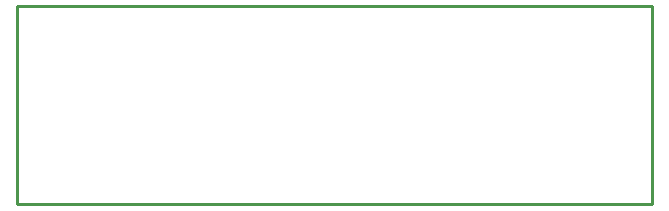
<source format=gm1>
G04*
G04 #@! TF.GenerationSoftware,Altium Limited,Altium Designer,20.1.14 (287)*
G04*
G04 Layer_Color=16711935*
%FSLAX25Y25*%
%MOIN*%
G70*
G04*
G04 #@! TF.SameCoordinates,4FB9827E-06E0-404B-8E69-8936AD8A3D5E*
G04*
G04*
G04 #@! TF.FilePolarity,Positive*
G04*
G01*
G75*
%ADD11C,0.01000*%
D11*
X70500Y358500D02*
Y424500D01*
X282000Y358500D02*
Y424500D01*
X70500Y358500D02*
X282000D01*
X70500Y424500D02*
X282000D01*
M02*

</source>
